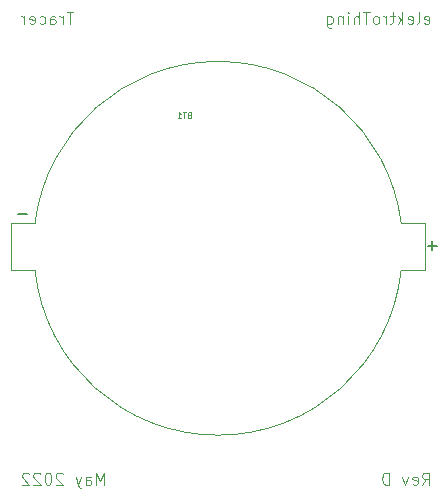
<source format=gbr>
%TF.GenerationSoftware,KiCad,Pcbnew,(6.0.0)*%
%TF.CreationDate,2022-05-13T17:38:04+01:00*%
%TF.ProjectId,Tracer,54726163-6572-42e6-9b69-6361645f7063,D*%
%TF.SameCoordinates,Original*%
%TF.FileFunction,Legend,Bot*%
%TF.FilePolarity,Positive*%
%FSLAX46Y46*%
G04 Gerber Fmt 4.6, Leading zero omitted, Abs format (unit mm)*
G04 Created by KiCad (PCBNEW (6.0.0)) date 2022-05-13 17:38:04*
%MOMM*%
%LPD*%
G01*
G04 APERTURE LIST*
%ADD10C,0.100000*%
%ADD11C,0.035000*%
%ADD12C,0.150000*%
%ADD13C,0.120000*%
G04 APERTURE END LIST*
D10*
X137207857Y-116452380D02*
X137207857Y-115452380D01*
X136874523Y-116166666D01*
X136541190Y-115452380D01*
X136541190Y-116452380D01*
X135636428Y-116452380D02*
X135636428Y-115928571D01*
X135684047Y-115833333D01*
X135779285Y-115785714D01*
X135969761Y-115785714D01*
X136065000Y-115833333D01*
X135636428Y-116404761D02*
X135731666Y-116452380D01*
X135969761Y-116452380D01*
X136065000Y-116404761D01*
X136112619Y-116309523D01*
X136112619Y-116214285D01*
X136065000Y-116119047D01*
X135969761Y-116071428D01*
X135731666Y-116071428D01*
X135636428Y-116023809D01*
X135255476Y-115785714D02*
X135017380Y-116452380D01*
X134779285Y-115785714D02*
X135017380Y-116452380D01*
X135112619Y-116690476D01*
X135160238Y-116738095D01*
X135255476Y-116785714D01*
X133684047Y-115547619D02*
X133636428Y-115500000D01*
X133541190Y-115452380D01*
X133303095Y-115452380D01*
X133207857Y-115500000D01*
X133160238Y-115547619D01*
X133112619Y-115642857D01*
X133112619Y-115738095D01*
X133160238Y-115880952D01*
X133731666Y-116452380D01*
X133112619Y-116452380D01*
X132493571Y-115452380D02*
X132398333Y-115452380D01*
X132303095Y-115500000D01*
X132255476Y-115547619D01*
X132207857Y-115642857D01*
X132160238Y-115833333D01*
X132160238Y-116071428D01*
X132207857Y-116261904D01*
X132255476Y-116357142D01*
X132303095Y-116404761D01*
X132398333Y-116452380D01*
X132493571Y-116452380D01*
X132588809Y-116404761D01*
X132636428Y-116357142D01*
X132684047Y-116261904D01*
X132731666Y-116071428D01*
X132731666Y-115833333D01*
X132684047Y-115642857D01*
X132636428Y-115547619D01*
X132588809Y-115500000D01*
X132493571Y-115452380D01*
X131779285Y-115547619D02*
X131731666Y-115500000D01*
X131636428Y-115452380D01*
X131398333Y-115452380D01*
X131303095Y-115500000D01*
X131255476Y-115547619D01*
X131207857Y-115642857D01*
X131207857Y-115738095D01*
X131255476Y-115880952D01*
X131826904Y-116452380D01*
X131207857Y-116452380D01*
X130826904Y-115547619D02*
X130779285Y-115500000D01*
X130684047Y-115452380D01*
X130445952Y-115452380D01*
X130350714Y-115500000D01*
X130303095Y-115547619D01*
X130255476Y-115642857D01*
X130255476Y-115738095D01*
X130303095Y-115880952D01*
X130874523Y-116452380D01*
X130255476Y-116452380D01*
X164125476Y-116452380D02*
X164458809Y-115976190D01*
X164696904Y-116452380D02*
X164696904Y-115452380D01*
X164315952Y-115452380D01*
X164220714Y-115500000D01*
X164173095Y-115547619D01*
X164125476Y-115642857D01*
X164125476Y-115785714D01*
X164173095Y-115880952D01*
X164220714Y-115928571D01*
X164315952Y-115976190D01*
X164696904Y-115976190D01*
X163315952Y-116404761D02*
X163411190Y-116452380D01*
X163601666Y-116452380D01*
X163696904Y-116404761D01*
X163744523Y-116309523D01*
X163744523Y-115928571D01*
X163696904Y-115833333D01*
X163601666Y-115785714D01*
X163411190Y-115785714D01*
X163315952Y-115833333D01*
X163268333Y-115928571D01*
X163268333Y-116023809D01*
X163744523Y-116119047D01*
X162935000Y-115785714D02*
X162696904Y-116452380D01*
X162458809Y-115785714D01*
X161315952Y-116452380D02*
X161315952Y-115452380D01*
X161077857Y-115452380D01*
X160935000Y-115500000D01*
X160839761Y-115595238D01*
X160792142Y-115690476D01*
X160744523Y-115880952D01*
X160744523Y-116023809D01*
X160792142Y-116214285D01*
X160839761Y-116309523D01*
X160935000Y-116404761D01*
X161077857Y-116452380D01*
X161315952Y-116452380D01*
X134588809Y-76452380D02*
X134017380Y-76452380D01*
X134303095Y-77452380D02*
X134303095Y-76452380D01*
X133684047Y-77452380D02*
X133684047Y-76785714D01*
X133684047Y-76976190D02*
X133636428Y-76880952D01*
X133588809Y-76833333D01*
X133493571Y-76785714D01*
X133398333Y-76785714D01*
X132636428Y-77452380D02*
X132636428Y-76928571D01*
X132684047Y-76833333D01*
X132779285Y-76785714D01*
X132969761Y-76785714D01*
X133065000Y-76833333D01*
X132636428Y-77404761D02*
X132731666Y-77452380D01*
X132969761Y-77452380D01*
X133065000Y-77404761D01*
X133112619Y-77309523D01*
X133112619Y-77214285D01*
X133065000Y-77119047D01*
X132969761Y-77071428D01*
X132731666Y-77071428D01*
X132636428Y-77023809D01*
X131731666Y-77404761D02*
X131826904Y-77452380D01*
X132017380Y-77452380D01*
X132112619Y-77404761D01*
X132160238Y-77357142D01*
X132207857Y-77261904D01*
X132207857Y-76976190D01*
X132160238Y-76880952D01*
X132112619Y-76833333D01*
X132017380Y-76785714D01*
X131826904Y-76785714D01*
X131731666Y-76833333D01*
X130922142Y-77404761D02*
X131017380Y-77452380D01*
X131207857Y-77452380D01*
X131303095Y-77404761D01*
X131350714Y-77309523D01*
X131350714Y-76928571D01*
X131303095Y-76833333D01*
X131207857Y-76785714D01*
X131017380Y-76785714D01*
X130922142Y-76833333D01*
X130874523Y-76928571D01*
X130874523Y-77023809D01*
X131350714Y-77119047D01*
X130445952Y-77452380D02*
X130445952Y-76785714D01*
X130445952Y-76976190D02*
X130398333Y-76880952D01*
X130350714Y-76833333D01*
X130255476Y-76785714D01*
X130160238Y-76785714D01*
X164315952Y-77404761D02*
X164411190Y-77452380D01*
X164601666Y-77452380D01*
X164696904Y-77404761D01*
X164744523Y-77309523D01*
X164744523Y-76928571D01*
X164696904Y-76833333D01*
X164601666Y-76785714D01*
X164411190Y-76785714D01*
X164315952Y-76833333D01*
X164268333Y-76928571D01*
X164268333Y-77023809D01*
X164744523Y-77119047D01*
X163696904Y-77452380D02*
X163792142Y-77404761D01*
X163839761Y-77309523D01*
X163839761Y-76452380D01*
X162935000Y-77404761D02*
X163030238Y-77452380D01*
X163220714Y-77452380D01*
X163315952Y-77404761D01*
X163363571Y-77309523D01*
X163363571Y-76928571D01*
X163315952Y-76833333D01*
X163220714Y-76785714D01*
X163030238Y-76785714D01*
X162935000Y-76833333D01*
X162887380Y-76928571D01*
X162887380Y-77023809D01*
X163363571Y-77119047D01*
X162458809Y-77452380D02*
X162458809Y-76452380D01*
X162363571Y-77071428D02*
X162077857Y-77452380D01*
X162077857Y-76785714D02*
X162458809Y-77166666D01*
X161792142Y-76785714D02*
X161411190Y-76785714D01*
X161649285Y-76452380D02*
X161649285Y-77309523D01*
X161601666Y-77404761D01*
X161506428Y-77452380D01*
X161411190Y-77452380D01*
X161077857Y-77452380D02*
X161077857Y-76785714D01*
X161077857Y-76976190D02*
X161030238Y-76880952D01*
X160982619Y-76833333D01*
X160887380Y-76785714D01*
X160792142Y-76785714D01*
X160315952Y-77452380D02*
X160411190Y-77404761D01*
X160458809Y-77357142D01*
X160506428Y-77261904D01*
X160506428Y-76976190D01*
X160458809Y-76880952D01*
X160411190Y-76833333D01*
X160315952Y-76785714D01*
X160173095Y-76785714D01*
X160077857Y-76833333D01*
X160030238Y-76880952D01*
X159982619Y-76976190D01*
X159982619Y-77261904D01*
X160030238Y-77357142D01*
X160077857Y-77404761D01*
X160173095Y-77452380D01*
X160315952Y-77452380D01*
X159696904Y-76452380D02*
X159125476Y-76452380D01*
X159411190Y-77452380D02*
X159411190Y-76452380D01*
X158792142Y-77452380D02*
X158792142Y-76452380D01*
X158363571Y-77452380D02*
X158363571Y-76928571D01*
X158411190Y-76833333D01*
X158506428Y-76785714D01*
X158649285Y-76785714D01*
X158744523Y-76833333D01*
X158792142Y-76880952D01*
X157887380Y-77452380D02*
X157887380Y-76785714D01*
X157887380Y-76452380D02*
X157935000Y-76500000D01*
X157887380Y-76547619D01*
X157839761Y-76500000D01*
X157887380Y-76452380D01*
X157887380Y-76547619D01*
X157411190Y-76785714D02*
X157411190Y-77452380D01*
X157411190Y-76880952D02*
X157363571Y-76833333D01*
X157268333Y-76785714D01*
X157125476Y-76785714D01*
X157030238Y-76833333D01*
X156982619Y-76928571D01*
X156982619Y-77452380D01*
X156077857Y-76785714D02*
X156077857Y-77595238D01*
X156125476Y-77690476D01*
X156173095Y-77738095D01*
X156268333Y-77785714D01*
X156411190Y-77785714D01*
X156506428Y-77738095D01*
X156077857Y-77404761D02*
X156173095Y-77452380D01*
X156363571Y-77452380D01*
X156458809Y-77404761D01*
X156506428Y-77357142D01*
X156554047Y-77261904D01*
X156554047Y-76976190D01*
X156506428Y-76880952D01*
X156458809Y-76833333D01*
X156363571Y-76785714D01*
X156173095Y-76785714D01*
X156077857Y-76833333D01*
D11*
%TO.C,BT1*%
X144392857Y-85164285D02*
X144321428Y-85188095D01*
X144297619Y-85211904D01*
X144273809Y-85259523D01*
X144273809Y-85330952D01*
X144297619Y-85378571D01*
X144321428Y-85402380D01*
X144369047Y-85426190D01*
X144559523Y-85426190D01*
X144559523Y-84926190D01*
X144392857Y-84926190D01*
X144345238Y-84950000D01*
X144321428Y-84973809D01*
X144297619Y-85021428D01*
X144297619Y-85069047D01*
X144321428Y-85116666D01*
X144345238Y-85140476D01*
X144392857Y-85164285D01*
X144559523Y-85164285D01*
X144130952Y-84926190D02*
X143845238Y-84926190D01*
X143988095Y-85426190D02*
X143988095Y-84926190D01*
X143416666Y-85426190D02*
X143702380Y-85426190D01*
X143559523Y-85426190D02*
X143559523Y-84926190D01*
X143607142Y-84997619D01*
X143654761Y-85045238D01*
X143702380Y-85069047D01*
D12*
X130680952Y-93571428D02*
X129919047Y-93571428D01*
X164619047Y-96228571D02*
X165380952Y-96228571D01*
X165000000Y-95847619D02*
X165000000Y-96609523D01*
D13*
X164350000Y-94300000D02*
X162350000Y-94300000D01*
X129350000Y-98300000D02*
X131350000Y-98300000D01*
X162350000Y-98300000D02*
X164350000Y-98300000D01*
X164350000Y-98300000D02*
X164350000Y-94300000D01*
X131350000Y-94300000D02*
X129350000Y-94300000D01*
X129350000Y-94300000D02*
X129350000Y-98300000D01*
X131350000Y-98300000D02*
G75*
G03*
X162350000Y-98300000I15500000J1612777D01*
G01*
X162350000Y-94300000D02*
G75*
G03*
X131350000Y-94300000I-15500000J-1953927D01*
G01*
%TD*%
M02*

</source>
